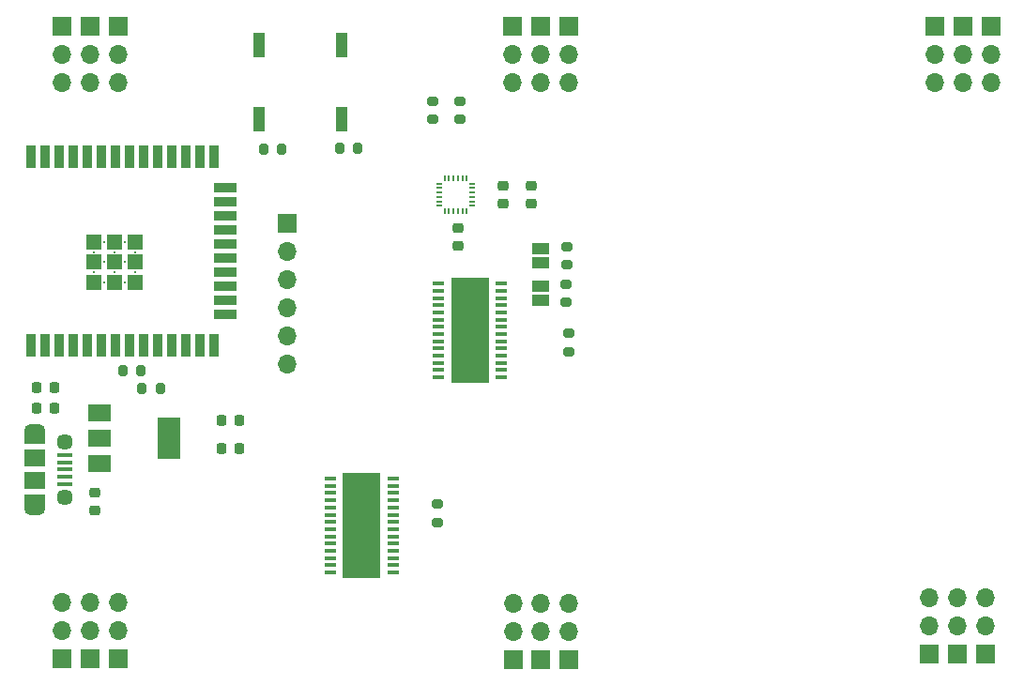
<source format=gbr>
%TF.GenerationSoftware,KiCad,Pcbnew,6.0.10-86aedd382b~118~ubuntu22.04.1*%
%TF.CreationDate,2023-01-14T07:34:15+01:00*%
%TF.ProjectId,servo_control,73657276-6f5f-4636-9f6e-74726f6c2e6b,rev?*%
%TF.SameCoordinates,Original*%
%TF.FileFunction,Soldermask,Top*%
%TF.FilePolarity,Negative*%
%FSLAX46Y46*%
G04 Gerber Fmt 4.6, Leading zero omitted, Abs format (unit mm)*
G04 Created by KiCad (PCBNEW 6.0.10-86aedd382b~118~ubuntu22.04.1) date 2023-01-14 07:34:15*
%MOMM*%
%LPD*%
G01*
G04 APERTURE LIST*
G04 Aperture macros list*
%AMRoundRect*
0 Rectangle with rounded corners*
0 $1 Rounding radius*
0 $2 $3 $4 $5 $6 $7 $8 $9 X,Y pos of 4 corners*
0 Add a 4 corners polygon primitive as box body*
4,1,4,$2,$3,$4,$5,$6,$7,$8,$9,$2,$3,0*
0 Add four circle primitives for the rounded corners*
1,1,$1+$1,$2,$3*
1,1,$1+$1,$4,$5*
1,1,$1+$1,$6,$7*
1,1,$1+$1,$8,$9*
0 Add four rect primitives between the rounded corners*
20,1,$1+$1,$2,$3,$4,$5,0*
20,1,$1+$1,$4,$5,$6,$7,0*
20,1,$1+$1,$6,$7,$8,$9,0*
20,1,$1+$1,$8,$9,$2,$3,0*%
G04 Aperture macros list end*
%ADD10R,1.100000X0.400000*%
%ADD11R,3.400000X9.500000*%
%ADD12RoundRect,0.200000X-0.275000X0.200000X-0.275000X-0.200000X0.275000X-0.200000X0.275000X0.200000X0*%
%ADD13RoundRect,0.200000X0.275000X-0.200000X0.275000X0.200000X-0.275000X0.200000X-0.275000X-0.200000X0*%
%ADD14R,1.500000X1.000000*%
%ADD15RoundRect,0.225000X-0.250000X0.225000X-0.250000X-0.225000X0.250000X-0.225000X0.250000X0.225000X0*%
%ADD16RoundRect,0.225000X-0.225000X-0.250000X0.225000X-0.250000X0.225000X0.250000X-0.225000X0.250000X0*%
%ADD17R,1.700000X1.700000*%
%ADD18O,1.700000X1.700000*%
%ADD19RoundRect,0.225000X0.250000X-0.225000X0.250000X0.225000X-0.250000X0.225000X-0.250000X-0.225000X0*%
%ADD20RoundRect,0.200000X-0.200000X-0.275000X0.200000X-0.275000X0.200000X0.275000X-0.200000X0.275000X0*%
%ADD21R,0.900000X2.000000*%
%ADD22R,2.000000X0.900000*%
%ADD23R,1.330000X1.330000*%
%ADD24C,0.300000*%
%ADD25R,1.350000X0.400000*%
%ADD26O,1.900000X1.200000*%
%ADD27R,1.900000X1.200000*%
%ADD28C,1.450000*%
%ADD29R,1.900000X1.500000*%
%ADD30R,2.000000X1.500000*%
%ADD31R,2.000000X3.800000*%
%ADD32R,1.120000X2.160000*%
%ADD33RoundRect,0.218750X-0.218750X-0.256250X0.218750X-0.256250X0.218750X0.256250X-0.218750X0.256250X0*%
%ADD34RoundRect,0.200000X0.200000X0.275000X-0.200000X0.275000X-0.200000X-0.275000X0.200000X-0.275000X0*%
%ADD35RoundRect,0.050000X-0.225000X-0.050000X0.225000X-0.050000X0.225000X0.050000X-0.225000X0.050000X0*%
%ADD36RoundRect,0.050000X0.050000X-0.225000X0.050000X0.225000X-0.050000X0.225000X-0.050000X-0.225000X0*%
G04 APERTURE END LIST*
D10*
%TO.C,U1*%
X138120000Y-66445000D03*
X138120000Y-67095000D03*
X138120000Y-67745000D03*
X138120000Y-68395000D03*
X138120000Y-69045000D03*
X138120000Y-69695000D03*
X138120000Y-70345000D03*
X138120000Y-70995000D03*
X138120000Y-71645000D03*
X138120000Y-72295000D03*
X138120000Y-72945000D03*
X138120000Y-73595000D03*
X138120000Y-74245000D03*
X138120000Y-74895000D03*
X143820000Y-74895000D03*
X143820000Y-74245000D03*
X143820000Y-73595000D03*
X143820000Y-72945000D03*
X143820000Y-72295000D03*
X143820000Y-71645000D03*
X143820000Y-70995000D03*
X143820000Y-70345000D03*
X143820000Y-69695000D03*
X143820000Y-69045000D03*
X143820000Y-68395000D03*
X143820000Y-67745000D03*
X143820000Y-67095000D03*
X143820000Y-66445000D03*
D11*
X140970000Y-70670000D03*
%TD*%
D10*
%TO.C,U5*%
X128380000Y-84035000D03*
X128380000Y-84685000D03*
X128380000Y-85335000D03*
X128380000Y-85985000D03*
X128380000Y-86635000D03*
X128380000Y-87285000D03*
X128380000Y-87935000D03*
X128380000Y-88585000D03*
X128380000Y-89235000D03*
X128380000Y-89885000D03*
X128380000Y-90535000D03*
X128380000Y-91185000D03*
X128380000Y-91835000D03*
X128380000Y-92485000D03*
X134080000Y-92485000D03*
X134080000Y-91835000D03*
X134080000Y-91185000D03*
X134080000Y-90535000D03*
X134080000Y-89885000D03*
X134080000Y-89235000D03*
X134080000Y-88585000D03*
X134080000Y-87935000D03*
X134080000Y-87285000D03*
X134080000Y-86635000D03*
X134080000Y-85985000D03*
X134080000Y-85335000D03*
X134080000Y-84685000D03*
X134080000Y-84035000D03*
D11*
X131230000Y-88260000D03*
%TD*%
D12*
%TO.C,R11*%
X138017500Y-87985000D03*
X138017500Y-86335000D03*
%TD*%
%TO.C,R10*%
X149860000Y-72580000D03*
X149860000Y-70930000D03*
%TD*%
D13*
%TO.C,R9*%
X149670000Y-66485000D03*
X149670000Y-68135000D03*
%TD*%
%TO.C,R8*%
X149688546Y-63099781D03*
X149688546Y-64749781D03*
%TD*%
D14*
%TO.C,JP2*%
X147326539Y-63251849D03*
X147326539Y-64551849D03*
%TD*%
%TO.C,JP1*%
X147320000Y-67960000D03*
X147320000Y-66660000D03*
%TD*%
D15*
%TO.C,C1*%
X107180000Y-85325000D03*
X107180000Y-86875000D03*
%TD*%
D16*
%TO.C,C3*%
X118605000Y-81280000D03*
X120155000Y-81280000D03*
%TD*%
D17*
%TO.C,J15*%
X109220000Y-100300000D03*
D18*
X109220000Y-97760000D03*
X109220000Y-95220000D03*
%TD*%
D19*
%TO.C,C4*%
X146520000Y-59195000D03*
X146520000Y-57645000D03*
%TD*%
D13*
%TO.C,R1*%
X137623176Y-51618960D03*
X137623176Y-49968960D03*
%TD*%
D17*
%TO.C,J13*%
X184912457Y-99827314D03*
D18*
X184912457Y-97287314D03*
X184912457Y-94747314D03*
%TD*%
D20*
%TO.C,R4*%
X111402936Y-75885504D03*
X113052936Y-75885504D03*
%TD*%
D17*
%TO.C,J19*%
X147320000Y-100330000D03*
D18*
X147320000Y-97790000D03*
X147320000Y-95250000D03*
%TD*%
D16*
%TO.C,C2*%
X118605000Y-78740000D03*
X120155000Y-78740000D03*
%TD*%
D17*
%TO.C,J14*%
X182372457Y-99827314D03*
D18*
X182372457Y-97287314D03*
X182372457Y-94747314D03*
%TD*%
D17*
%TO.C,J21*%
X124460000Y-60960000D03*
D18*
X124460000Y-63500000D03*
X124460000Y-66040000D03*
X124460000Y-68580000D03*
X124460000Y-71120000D03*
X124460000Y-73660000D03*
%TD*%
D21*
%TO.C,U3*%
X101420000Y-72000000D03*
X102690000Y-72000000D03*
X103960000Y-72000000D03*
X105230000Y-72000000D03*
X106500000Y-72000000D03*
X107770000Y-72000000D03*
X109040000Y-72000000D03*
X110310000Y-72000000D03*
X111580000Y-72000000D03*
X112850000Y-72000000D03*
X114120000Y-72000000D03*
X115390000Y-72000000D03*
X116660000Y-72000000D03*
X117930000Y-72000000D03*
D22*
X118930000Y-69215000D03*
X118930000Y-67945000D03*
X118930000Y-66675000D03*
X118930000Y-65405000D03*
X118930000Y-64135000D03*
X118930000Y-62865000D03*
X118930000Y-61595000D03*
X118930000Y-60325000D03*
X118930000Y-59055000D03*
X118930000Y-57785000D03*
D21*
X117930000Y-55000000D03*
X116660000Y-55000000D03*
X115390000Y-55000000D03*
X114120000Y-55000000D03*
X112850000Y-55000000D03*
X111580000Y-55000000D03*
X110310000Y-55000000D03*
X109040000Y-55000000D03*
X107770000Y-55000000D03*
X106500000Y-55000000D03*
X105230000Y-55000000D03*
X103960000Y-55000000D03*
X102690000Y-55000000D03*
X101420000Y-55000000D03*
D23*
X107085000Y-66335000D03*
X107085000Y-64500000D03*
X107085000Y-62665000D03*
X108920000Y-66335000D03*
X108920000Y-64500000D03*
X108920000Y-62665000D03*
X110755000Y-66335000D03*
X110755000Y-64500000D03*
X110755000Y-62665000D03*
D24*
X107085000Y-65417500D03*
X107085000Y-63582500D03*
X108002500Y-66335000D03*
X108002500Y-64500000D03*
X108002500Y-62665000D03*
X108920000Y-65417500D03*
X108920000Y-63582500D03*
X109837500Y-66335000D03*
X109837500Y-64500000D03*
X109837500Y-62665000D03*
X110755000Y-65417500D03*
X110755000Y-63582500D03*
%TD*%
D25*
%TO.C,J1*%
X104442369Y-81896152D03*
X104442369Y-82546152D03*
X104442369Y-83196152D03*
X104442369Y-83846152D03*
X104442369Y-84496152D03*
D26*
X101742369Y-79696152D03*
D27*
X101742369Y-80296152D03*
D28*
X104442369Y-80696152D03*
D27*
X101742369Y-86096152D03*
D28*
X104442369Y-85696152D03*
D29*
X101742369Y-82196152D03*
X101742369Y-84196152D03*
D26*
X101742369Y-86696152D03*
%TD*%
D17*
%TO.C,J8*%
X149860000Y-43180000D03*
D18*
X149860000Y-45720000D03*
X149860000Y-48260000D03*
%TD*%
D13*
%TO.C,R2*%
X140112500Y-51625000D03*
X140112500Y-49975000D03*
%TD*%
D17*
%TO.C,J18*%
X149860000Y-100330000D03*
D18*
X149860000Y-97790000D03*
X149860000Y-95250000D03*
%TD*%
D20*
%TO.C,R6*%
X129222656Y-54201464D03*
X130872656Y-54201464D03*
%TD*%
D17*
%TO.C,J7*%
X147320000Y-43180000D03*
D18*
X147320000Y-45720000D03*
X147320000Y-48260000D03*
%TD*%
D17*
%TO.C,J4*%
X106680000Y-43180000D03*
D18*
X106680000Y-45720000D03*
X106680000Y-48260000D03*
%TD*%
D15*
%TO.C,C6*%
X139935000Y-61455000D03*
X139935000Y-63005000D03*
%TD*%
D17*
%TO.C,J10*%
X185420000Y-43180000D03*
D18*
X185420000Y-45720000D03*
X185420000Y-48260000D03*
%TD*%
D19*
%TO.C,C5*%
X143980000Y-59195000D03*
X143980000Y-57645000D03*
%TD*%
D17*
%TO.C,J17*%
X104140000Y-100300000D03*
D18*
X104140000Y-97760000D03*
X104140000Y-95220000D03*
%TD*%
D17*
%TO.C,J5*%
X104140000Y-43180000D03*
D18*
X104140000Y-45720000D03*
X104140000Y-48260000D03*
%TD*%
D17*
%TO.C,J3*%
X109220000Y-43180000D03*
D18*
X109220000Y-45720000D03*
X109220000Y-48260000D03*
%TD*%
D17*
%TO.C,J16*%
X106680000Y-100300000D03*
D18*
X106680000Y-97760000D03*
X106680000Y-95220000D03*
%TD*%
D20*
%TO.C,R7*%
X122364142Y-54312035D03*
X124014142Y-54312035D03*
%TD*%
D30*
%TO.C,U2*%
X107523719Y-78087885D03*
X107523719Y-80387885D03*
D31*
X113823719Y-80387885D03*
D30*
X107523719Y-82687885D03*
%TD*%
D32*
%TO.C,SW1*%
X129445000Y-51625000D03*
X129445000Y-44895000D03*
%TD*%
D17*
%TO.C,J6*%
X144780000Y-43180000D03*
D18*
X144780000Y-45720000D03*
X144780000Y-48260000D03*
%TD*%
D32*
%TO.C,SW2*%
X121920000Y-51625000D03*
X121920000Y-44895000D03*
%TD*%
D17*
%TO.C,J11*%
X187960000Y-43180000D03*
D18*
X187960000Y-45720000D03*
X187960000Y-48260000D03*
%TD*%
D33*
%TO.C,D2*%
X101933165Y-77637263D03*
X103508165Y-77637263D03*
%TD*%
D17*
%TO.C,J12*%
X187452457Y-99827314D03*
D18*
X187452457Y-97287314D03*
X187452457Y-94747314D03*
%TD*%
D17*
%TO.C,J9*%
X182880000Y-43180000D03*
D18*
X182880000Y-45720000D03*
X182880000Y-48260000D03*
%TD*%
D17*
%TO.C,J20*%
X144900000Y-100330000D03*
D18*
X144900000Y-97790000D03*
X144900000Y-95250000D03*
%TD*%
D34*
%TO.C,R3*%
X111315000Y-74295000D03*
X109665000Y-74295000D03*
%TD*%
D33*
%TO.C,D1*%
X101930000Y-75800000D03*
X103505000Y-75800000D03*
%TD*%
D35*
%TO.C,U4*%
X138200000Y-57420000D03*
X138200000Y-57820000D03*
X138200000Y-58220000D03*
X138200000Y-58620000D03*
X138200000Y-59020000D03*
X138200000Y-59420000D03*
D36*
X138700000Y-59920000D03*
X139100000Y-59920000D03*
X139500000Y-59920000D03*
X139900000Y-59920000D03*
X140300000Y-59920000D03*
X140700000Y-59920000D03*
D35*
X141200000Y-59420000D03*
X141200000Y-59020000D03*
X141200000Y-58620000D03*
X141200000Y-58220000D03*
X141200000Y-57820000D03*
X141200000Y-57420000D03*
D36*
X140700000Y-56920000D03*
X140300000Y-56920000D03*
X139900000Y-56920000D03*
X139500000Y-56920000D03*
X139100000Y-56920000D03*
X138700000Y-56920000D03*
%TD*%
M02*

</source>
